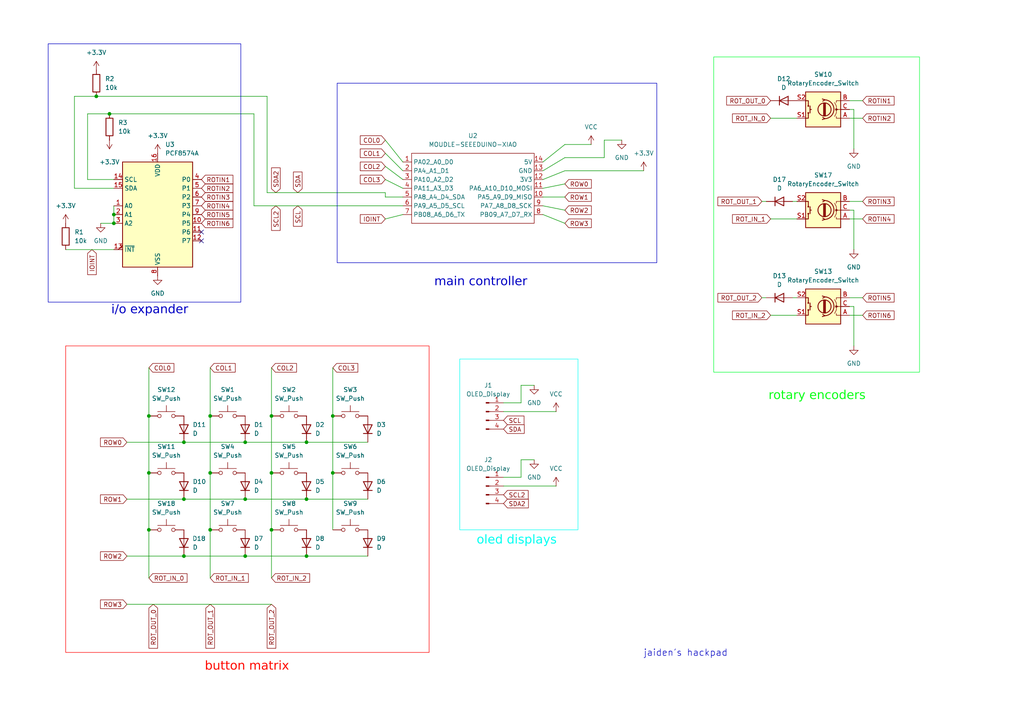
<source format=kicad_sch>
(kicad_sch (version 20231120) (generator "eeschema") (generator_version "8.0")
  (paper "A4")
  (lib_symbols
    (symbol "Connector:Conn_01x04_Pin" (pin_names (offset 1.016) hide)
      (property "Reference" "J" (at 0 5.08 0))
      (property "Value" "Conn_01x04_Pin" (at 0 -7.62 0))
      (symbol "Conn_01x04_Pin_1_1"
        (polyline (pts (xy 1.27 -5.08) (xy 0.8636 -5.08)) (stroke (width 0.1524)))
        (polyline (pts (xy 1.27 -2.54) (xy 0.8636 -2.54)) (stroke (width 0.1524)))
        (polyline (pts (xy 1.27 0) (xy 0.8636 0)) (stroke (width 0.1524)))
        (polyline (pts (xy 1.27 2.54) (xy 0.8636 2.54)) (stroke (width 0.1524)))
        (rectangle (start 0.8636 -4.953) (end 0 -5.207) (stroke (width 0.1524)) (fill (type outline)))
        (rectangle (start 0.8636 -2.413) (end 0 -2.667) (stroke (width 0.1524)) (fill (type outline)))
        (rectangle (start 0.8636 0.127) (end 0 -0.127) (stroke (width 0.1524)) (fill (type outline)))
        (rectangle (start 0.8636 2.667) (end 0 2.413) (stroke (width 0.1524)) (fill (type outline)))
        (pin passive line (at 5.08 2.54 180) (length 3.81) (name "Pin_1") (number "1"))
        (pin passive line (at 5.08 0 180) (length 3.81) (name "Pin_2") (number "2"))
        (pin passive line (at 5.08 -2.54 180) (length 3.81) (name "Pin_3") (number "3"))
        (pin passive line (at 5.08 -5.08 180) (length 3.81) (name "Pin_4") (number "4"))
      )
    )
    (symbol "Device:D" (pin_numbers hide) (pin_names (offset 1.016) hide)
      (property "Reference" "D" (at 0 2.54 0))
      (property "Value" "D" (at 0 -2.54 0))
      (symbol "D_0_1"
        (polyline (pts (xy -1.27 1.27) (xy -1.27 -1.27)) (stroke (width 0.254)))
        (polyline (pts (xy 1.27 0) (xy -1.27 0)))
        (polyline (pts (xy 1.27 1.27) (xy 1.27 -1.27) (xy -1.27 0) (xy 1.27 1.27)) (stroke (width 0.254)))
      )
      (symbol "D_1_1"
        (pin passive line (at -3.81 0 0) (length 2.54) (name "K") (number "1"))
        (pin passive line (at 3.81 0 180) (length 2.54) (name "A") (number "2"))
      )
    )
    (symbol "Device:R" (pin_numbers hide) (pin_names (offset 0))
      (property "Reference" "R" (at 2.032 0 90))
      (property "Value" "R" (at 0 0 90))
      (symbol "R_0_1"
        (rectangle (start -1.016 -2.54) (end 1.016 2.54) (stroke (width 0.254)))
      )
      (symbol "R_1_1"
        (pin passive line (at 0 3.81 270) (length 1.27) (name "~") (number "1"))
        (pin passive line (at 0 -3.81 90) (length 1.27) (name "~") (number "2"))
      )
    )
    (symbol "Device:RotaryEncoder_Switch" (pin_names (offset 0.254) hide)
      (property "Reference" "SW" (at 0 6.604 0))
      (property "Value" "RotaryEncoder_Switch" (at 0 -6.604 0))
      (symbol "RotaryEncoder_Switch_0_1"
        (rectangle (start -5.08 5.08) (end 5.08 -5.08) (stroke (width 0.254)) (fill (type background)))
        (circle (center -3.81 0) (radius 0.254) (fill (type outline)))
        (circle (center -0.381 0) (radius 1.905) (stroke (width 0.254)))
        (arc (start -0.381 2.667) (mid -3.0988 -0.0635) (end -0.381 -2.794) (stroke (width 0.254)))
        (polyline (pts (xy -0.635 -1.778) (xy -0.635 1.778)) (stroke (width 0.254)))
        (polyline (pts (xy -0.381 -1.778) (xy -0.381 1.778)) (stroke (width 0.254)))
        (polyline (pts (xy -0.127 1.778) (xy -0.127 -1.778)) (stroke (width 0.254)))
        (polyline (pts (xy 3.81 0) (xy 3.429 0)) (stroke (width 0.254)))
        (polyline (pts (xy 3.81 1.016) (xy 3.81 -1.016)) (stroke (width 0.254)))
        (polyline (pts (xy -5.08 -2.54) (xy -3.81 -2.54) (xy -3.81 -2.032)))
        (polyline (pts (xy -5.08 2.54) (xy -3.81 2.54) (xy -3.81 2.032)))
        (polyline (pts (xy 0.254 -3.048) (xy -0.508 -2.794) (xy 0.127 -2.413)) (stroke (width 0.254)))
        (polyline (pts (xy 0.254 2.921) (xy -0.508 2.667) (xy 0.127 2.286)) (stroke (width 0.254)))
        (polyline (pts (xy 5.08 -2.54) (xy 4.318 -2.54) (xy 4.318 -1.016)) (stroke (width 0.254)))
        (polyline (pts (xy 5.08 2.54) (xy 4.318 2.54) (xy 4.318 1.016)) (stroke (width 0.254)))
        (polyline (pts (xy -5.08 0) (xy -3.81 0) (xy -3.81 -1.016) (xy -3.302 -2.032)))
        (polyline (pts (xy -4.318 0) (xy -3.81 0) (xy -3.81 1.016) (xy -3.302 2.032)))
        (circle (center 4.318 -1.016) (radius 0.127) (stroke (width 0.254)))
        (circle (center 4.318 1.016) (radius 0.127) (stroke (width 0.254)))
      )
      (symbol "RotaryEncoder_Switch_1_1"
        (pin passive line (at -7.62 2.54 0) (length 2.54) (name "A") (number "A"))
        (pin passive line (at -7.62 -2.54 0) (length 2.54) (name "B") (number "B"))
        (pin passive line (at -7.62 0 0) (length 2.54) (name "C") (number "C"))
        (pin passive line (at 7.62 2.54 180) (length 2.54) (name "S1") (number "S1"))
        (pin passive line (at 7.62 -2.54 180) (length 2.54) (name "S2") (number "S2"))
      )
    )
    (symbol "Interface_Expansion:PCF8574A"
      (property "Reference" "U" (at -8.89 16.51 0))
      (property "Value" "PCF8574A" (at 2.54 16.51 0))
      (symbol "PCF8574A_0_1"
        (rectangle (start -10.16 15.24) (end 10.16 -15.24) (stroke (width 0.254)) (fill (type background)))
      )
      (symbol "PCF8574A_1_1"
        (pin input line (at -12.7 2.54 0) (length 2.54) (name "A0") (number "1"))
        (pin bidirectional line (at 12.7 -2.54 180) (length 2.54) (name "P5") (number "10"))
        (pin bidirectional line (at 12.7 -5.08 180) (length 2.54) (name "P6") (number "11"))
        (pin bidirectional line (at 12.7 -7.62 180) (length 2.54) (name "P7") (number "12"))
        (pin open_collector output_low (at -12.7 -10.16 0) (length 2.54) (name "~{INT}") (number "13"))
        (pin input line (at -12.7 10.16 0) (length 2.54) (name "SCL") (number "14"))
        (pin bidirectional line (at -12.7 7.62 0) (length 2.54) (name "SDA") (number "15"))
        (pin power_in line (at 0 17.78 270) (length 2.54) (name "VDD") (number "16"))
        (pin input line (at -12.7 0 0) (length 2.54) (name "A1") (number "2"))
        (pin input line (at -12.7 -2.54 0) (length 2.54) (name "A2") (number "3"))
        (pin bidirectional line (at 12.7 10.16 180) (length 2.54) (name "P0") (number "4"))
        (pin bidirectional line (at 12.7 7.62 180) (length 2.54) (name "P1") (number "5"))
        (pin bidirectional line (at 12.7 5.08 180) (length 2.54) (name "P2") (number "6"))
        (pin bidirectional line (at 12.7 2.54 180) (length 2.54) (name "P3") (number "7"))
        (pin power_in line (at 0 -17.78 90) (length 2.54) (name "VSS") (number "8"))
        (pin bidirectional line (at 12.7 0 180) (length 2.54) (name "P4") (number "9"))
      )
    )
    (symbol "Switch:SW_Push" (pin_numbers hide) (pin_names (offset 1.016) hide)
      (property "Reference" "SW" (at 1.27 2.54 0))
      (property "Value" "SW_Push" (at 0 -1.524 0))
      (symbol "SW_Push_0_1"
        (circle (center -2.032 0) (radius 0.508))
        (polyline (pts (xy 0 1.27) (xy 0 3.048)))
        (polyline (pts (xy 2.54 1.27) (xy -2.54 1.27)))
        (circle (center 2.032 0) (radius 0.508))
        (pin passive line (at -5.08 0 0) (length 2.54) (name "1") (number "1"))
        (pin passive line (at 5.08 0 180) (length 2.54) (name "2") (number "2"))
      )
    )
    (symbol "XIAO_RP2040:MOUDLE-SEEEDUINO-XIAO"
      (property "Reference" "U" (at -16.51 11.43 0))
      (property "Value" "MOUDLE-SEEEDUINO-XIAO" (at -3.81 -11.43 0))
      (symbol "MOUDLE-SEEEDUINO-XIAO_0_1"
        (rectangle (start -16.51 10.16) (end 19.05 -10.16))
      )
      (symbol "MOUDLE-SEEEDUINO-XIAO_1_1"
        (pin passive line (at -19.05 7.62 0) (length 2.54) (name "PA02_A0_D0") (number "1"))
        (pin passive line (at 21.59 -2.54 180) (length 2.54) (name "PA5_A9_D9_MISO") (number "10"))
        (pin passive line (at 21.59 0 180) (length 2.54) (name "PA6_A10_D10_MOSI") (number "11"))
        (pin passive line (at 21.59 2.54 180) (length 2.54) (name "3V3") (number "12"))
        (pin passive line (at 21.59 5.08 180) (length 2.54) (name "GND") (number "13"))
        (pin passive line (at 21.59 7.62 180) (length 2.54) (name "5V") (number "14"))
        (pin passive line (at -19.05 5.08 0) (length 2.54) (name "PA4_A1_D1") (number "2"))
        (pin passive line (at -19.05 2.54 0) (length 2.54) (name "PA10_A2_D2") (number "3"))
        (pin passive line (at -19.05 0 0) (length 2.54) (name "PA11_A3_D3") (number "4"))
        (pin passive line (at -19.05 -2.54 0) (length 2.54) (name "PA8_A4_D4_SDA") (number "5"))
        (pin passive line (at -19.05 -5.08 0) (length 2.54) (name "PA9_A5_D5_SCL") (number "6"))
        (pin passive line (at -19.05 -7.62 0) (length 2.54) (name "PB08_A6_D6_TX") (number "7"))
        (pin passive line (at 21.59 -7.62 180) (length 2.54) (name "PB09_A7_D7_RX") (number "8"))
        (pin passive line (at 21.59 -5.08 180) (length 2.54) (name "PA7_A8_D8_SCK") (number "9"))
      )
    )
    (symbol "power:+3.3V" (power) (pin_numbers hide) (pin_names (offset 0) hide)
      (property "Value" "+3.3V" (at 0 3.556 0))
      (symbol "+3.3V_0_1"
        (polyline (pts (xy -0.762 1.27) (xy 0 2.54)))
        (polyline (pts (xy 0 0) (xy 0 2.54)))
        (polyline (pts (xy 0 2.54) (xy 0.762 1.27)))
      )
      (symbol "+3.3V_1_1"
        (pin power_in line (at 0 0 90) (length 0) (name "~") (number "1"))
      )
    )
    (symbol "power:GND" (power) (pin_numbers hide) (pin_names (offset 0) hide)
      (property "Value" "GND" (at 0 -3.81 0))
      (symbol "GND_0_1"
        (polyline (pts (xy 0 0) (xy 0 -1.27) (xy 1.27 -1.27) (xy 0 -2.54) (xy -1.27 -1.27) (xy 0 -1.27)))
      )
      (symbol "GND_1_1"
        (pin power_in line (at 0 0 270) (length 0) (name "~") (number "1"))
      )
    )
    (symbol "power:VCC" (power) (pin_numbers hide) (pin_names (offset 0) hide)
      (property "Value" "VCC" (at 0 3.556 0))
      (symbol "VCC_0_1"
        (polyline (pts (xy -0.762 1.27) (xy 0 2.54)))
        (polyline (pts (xy 0 0) (xy 0 2.54)))
        (polyline (pts (xy 0 2.54) (xy 0.762 1.27)))
      )
      (symbol "VCC_1_1"
        (pin power_in line (at 0 0 90) (length 0) (name "~") (number "1"))
      )
    )
  )
  (junction (at 71.12 161.29))
  (junction (at 88.9 144.78))
  (junction (at 71.12 144.78))
  (junction (at 71.12 128.27))
  (junction (at 43.18 153.67))
  (junction (at 60.96 120.65))
  (junction (at 78.74 153.67))
  (junction (at 60.96 137.16))
  (junction (at 33.02 64.77))
  (junction (at 33.02 62.23))
  (junction (at 78.74 120.65))
  (junction (at 60.96 153.67))
  (junction (at 43.18 120.65))
  (junction (at 53.34 161.29))
  (junction (at 78.74 137.16))
  (junction (at 96.52 120.65))
  (junction (at 43.18 137.16))
  (junction (at 53.34 128.27))
  (junction (at 88.9 128.27))
  (junction (at 31.75 33.02))
  (junction (at 53.34 144.78))
  (junction (at 27.94 27.94))
  (junction (at 88.9 161.29))
  (junction (at 96.52 137.16))
  (no_connect (at 58.42 67.31))
  (no_connect (at 58.42 69.85))
  (wire (pts (xy 111.76 48.26) (xy 116.84 52.07)))
  (wire (pts (xy 151.13 111.76) (xy 154.94 111.76)))
  (wire (pts (xy 36.83 144.78) (xy 53.34 144.78)))
  (wire (pts (xy 33.02 52.07) (xy 25.4 52.07)))
  (wire (pts (xy 106.68 161.29) (xy 88.9 161.29)))
  (wire (pts (xy 246.38 88.9) (xy 247.65 88.9)))
  (wire (pts (xy 111.76 52.07) (xy 116.84 54.61)))
  (wire (pts (xy 246.38 34.29) (xy 250.19 34.29)))
  (wire (pts (xy 78.74 120.65) (xy 78.74 137.16)))
  (wire (pts (xy 60.96 120.65) (xy 60.96 137.16)))
  (wire (pts (xy 77.47 27.94) (xy 77.47 55.88)))
  (wire (pts (xy 111.76 44.45) (xy 116.84 49.53)))
  (wire (pts (xy 175.26 40.64) (xy 180.34 40.64)))
  (wire (pts (xy 60.96 106.68) (xy 60.96 120.65)))
  (wire (pts (xy 151.13 138.43) (xy 151.13 133.35)))
  (wire (pts (xy 163.83 45.72) (xy 175.26 45.72)))
  (wire (pts (xy 53.34 128.27) (xy 36.83 128.27)))
  (wire (pts (xy 146.05 140.97) (xy 161.29 140.97)))
  (wire (pts (xy 175.26 45.72) (xy 175.26 40.64)))
  (wire (pts (xy 163.83 49.53) (xy 186.69 49.53)))
  (wire (pts (xy 111.76 57.15) (xy 116.84 57.15)))
  (wire (pts (xy 33.02 59.69) (xy 33.02 62.23)))
  (wire (pts (xy 43.18 106.68) (xy 43.18 120.65)))
  (wire (pts (xy 246.38 60.96) (xy 247.65 60.96)))
  (wire (pts (xy 111.76 40.64) (xy 116.84 46.99)))
  (wire (pts (xy 60.96 153.67) (xy 60.96 167.64)))
  (wire (pts (xy 146.05 119.38) (xy 161.29 119.38)))
  (wire (pts (xy 246.38 31.75) (xy 247.65 31.75)))
  (wire (pts (xy 246.38 86.36) (xy 250.19 86.36)))
  (wire (pts (xy 223.52 34.29) (xy 231.14 34.29)))
  (wire (pts (xy 106.68 128.27) (xy 88.9 128.27)))
  (wire (pts (xy 19.05 72.39) (xy 33.02 72.39)))
  (wire (pts (xy 21.59 27.94) (xy 27.94 27.94)))
  (wire (pts (xy 151.13 133.35) (xy 154.94 133.35)))
  (wire (pts (xy 157.48 49.53) (xy 163.83 45.72)))
  (wire (pts (xy 21.59 54.61) (xy 21.59 27.94)))
  (wire (pts (xy 229.87 86.36) (xy 231.14 86.36)))
  (wire (pts (xy 25.4 52.07) (xy 25.4 33.02)))
  (wire (pts (xy 71.12 144.78) (xy 88.9 144.78)))
  (wire (pts (xy 29.21 64.77) (xy 33.02 64.77)))
  (wire (pts (xy 53.34 161.29) (xy 36.83 161.29)))
  (wire (pts (xy 247.65 60.96) (xy 247.65 72.39)))
  (wire (pts (xy 163.83 41.91) (xy 157.48 46.99)))
  (wire (pts (xy 77.47 55.88) (xy 111.76 55.88)))
  (wire (pts (xy 157.48 52.07) (xy 163.83 49.53)))
  (wire (pts (xy 31.75 33.02) (xy 73.66 33.02)))
  (wire (pts (xy 111.76 63.5) (xy 116.84 62.23)))
  (wire (pts (xy 53.34 144.78) (xy 71.12 144.78)))
  (wire (pts (xy 246.38 29.21) (xy 250.19 29.21)))
  (wire (pts (xy 78.74 167.64) (xy 78.74 153.67)))
  (wire (pts (xy 73.66 59.69) (xy 116.84 59.69)))
  (wire (pts (xy 33.02 62.23) (xy 33.02 64.77)))
  (wire (pts (xy 151.13 116.84) (xy 151.13 111.76)))
  (wire (pts (xy 157.48 62.23) (xy 163.83 64.77)))
  (wire (pts (xy 78.74 153.67) (xy 78.74 137.16)))
  (wire (pts (xy 73.66 33.02) (xy 73.66 59.69)))
  (wire (pts (xy 96.52 106.68) (xy 96.52 120.65)))
  (wire (pts (xy 111.76 55.88) (xy 111.76 57.15)))
  (wire (pts (xy 220.98 58.42) (xy 222.25 58.42)))
  (wire (pts (xy 25.4 33.02) (xy 31.75 33.02)))
  (wire (pts (xy 96.52 120.65) (xy 96.52 137.16)))
  (wire (pts (xy 71.12 161.29) (xy 88.9 161.29)))
  (wire (pts (xy 71.12 128.27) (xy 53.34 128.27)))
  (wire (pts (xy 246.38 91.44) (xy 250.19 91.44)))
  (wire (pts (xy 163.83 53.34) (xy 157.48 54.61)))
  (wire (pts (xy 163.83 41.91) (xy 171.45 41.91)))
  (wire (pts (xy 247.65 88.9) (xy 247.65 100.33)))
  (wire (pts (xy 88.9 128.27) (xy 71.12 128.27)))
  (wire (pts (xy 146.05 138.43) (xy 151.13 138.43)))
  (wire (pts (xy 43.18 120.65) (xy 43.18 137.16)))
  (wire (pts (xy 96.52 137.16) (xy 96.52 153.67)))
  (wire (pts (xy 33.02 54.61) (xy 21.59 54.61)))
  (wire (pts (xy 246.38 58.42) (xy 250.19 58.42)))
  (wire (pts (xy 78.74 106.68) (xy 78.74 120.65)))
  (wire (pts (xy 246.38 63.5) (xy 250.19 63.5)))
  (wire (pts (xy 220.98 86.36) (xy 222.25 86.36)))
  (wire (pts (xy 223.52 63.5) (xy 231.14 63.5)))
  (wire (pts (xy 43.18 137.16) (xy 43.18 153.67)))
  (wire (pts (xy 88.9 144.78) (xy 106.68 144.78)))
  (wire (pts (xy 163.83 57.15) (xy 157.48 57.15)))
  (wire (pts (xy 43.18 167.64) (xy 43.18 153.67)))
  (wire (pts (xy 163.83 60.96) (xy 157.48 59.69)))
  (wire (pts (xy 27.94 27.94) (xy 77.47 27.94)))
  (wire (pts (xy 229.87 58.42) (xy 231.14 58.42)))
  (wire (pts (xy 60.96 137.16) (xy 60.96 153.67)))
  (wire (pts (xy 71.12 161.29) (xy 53.34 161.29)))
  (wire (pts (xy 78.74 175.26) (xy 36.83 175.26)))
  (wire (pts (xy 146.05 116.84) (xy 151.13 116.84)))
  (wire (pts (xy 223.52 91.44) (xy 231.14 91.44)))
  (wire (pts (xy 247.65 31.75) (xy 247.65 43.18)))
  (rectangle (start 13.97 12.7) (end 69.85 87.63))
  (rectangle (start 207.01 16.51) (end 266.7 107.95) (stroke (width 0) (color 11 255 57 1)))
  (rectangle (start 133.35 104.14) (end 167.64 153.67) (stroke (width 0) (color 8 255 245 1)))
  (rectangle (start 97.79 24.13) (end 190.5 76.2))
  (rectangle (start 19.05 100.33) (end 124.46 189.23) (stroke (width 0) (color 255 0 0 1)))
  (text "jaiden's hackpad" (at 198.882 189.484 0) (effects (font (size 1.905 1.905))))
  (text "oled displays" (at 149.86 157.48 0) (effects (font (size 2.54 2.54))))
  (text "i/o expander" (at 43.434 90.678 0) (effects (font (size 2.54 2.54))))
  (text "rotary encoders" (at 236.982 115.57 0) (effects (font (size 2.54 2.54))))
  (text "main controller" (at 139.446 82.55 0) (effects (font (size 2.54 2.54))))
  (text "button matrix" (at 71.628 194.056 0) (effects (font (size 2.54 2.54))))
  (global_label "ROTIN3" (shape input) (at 250.19 58.42 0) (property "Intersheetrefs" "${INTERSHEET_REFS}" (effects (hide yes))))
  (global_label "ROTIN5" (shape input) (at 250.19 86.36 0) (property "Intersheetrefs" "${INTERSHEET_REFS}" (effects (hide yes))))
  (global_label "SCL" (shape input) (at 146.05 121.92 0) (property "Intersheetrefs" "${INTERSHEET_REFS}" (effects (hide yes))))
  (global_label "ROT_OUT_0" (shape input) (at 44.45 175.26 270) (property "Intersheetrefs" "${INTERSHEET_REFS}" (effects (hide yes))))
  (global_label "COL0" (shape input) (at 111.76 40.64 180) (property "Intersheetrefs" "${INTERSHEET_REFS}" (effects (hide yes))))
  (global_label "ROT_OUT_1" (shape input) (at 220.98 58.42 180) (property "Intersheetrefs" "${INTERSHEET_REFS}" (effects (hide yes))))
  (global_label "ROTIN1" (shape input) (at 58.42 52.07 0) (property "Intersheetrefs" "${INTERSHEET_REFS}" (effects (hide yes))))
  (global_label "ROW3" (shape input) (at 163.83 64.77 0) (property "Intersheetrefs" "${INTERSHEET_REFS}" (effects (hide yes))))
  (global_label "ROW0" (shape input) (at 163.83 53.34 0) (property "Intersheetrefs" "${INTERSHEET_REFS}" (effects (hide yes))))
  (global_label "COL1" (shape input) (at 60.96 106.68 0) (property "Intersheetrefs" "${INTERSHEET_REFS}" (effects (hide yes))))
  (global_label "ROW3" (shape input) (at 36.83 175.26 180) (property "Intersheetrefs" "${INTERSHEET_REFS}" (effects (hide yes))))
  (global_label "ROT_IN_2" (shape input) (at 78.74 167.64 0) (property "Intersheetrefs" "${INTERSHEET_REFS}" (effects (hide yes))))
  (global_label "IOINT" (shape input) (at 26.67 72.39 270) (property "Intersheetrefs" "${INTERSHEET_REFS}" (effects (hide yes))))
  (global_label "COL1" (shape input) (at 111.76 44.45 180) (property "Intersheetrefs" "${INTERSHEET_REFS}" (effects (hide yes))))
  (global_label "ROT_OUT_0" (shape input) (at 223.52 29.21 180) (property "Intersheetrefs" "${INTERSHEET_REFS}" (effects (hide yes))))
  (global_label "ROTIN1" (shape input) (at 250.19 29.21 0) (property "Intersheetrefs" "${INTERSHEET_REFS}" (effects (hide yes))))
  (global_label "ROT_OUT_2" (shape input) (at 220.98 86.36 180) (property "Intersheetrefs" "${INTERSHEET_REFS}" (effects (hide yes))))
  (global_label "ROT_OUT_1" (shape input) (at 60.96 175.26 270) (property "Intersheetrefs" "${INTERSHEET_REFS}" (effects (hide yes))))
  (global_label "COL2" (shape input) (at 78.74 106.68 0) (property "Intersheetrefs" "${INTERSHEET_REFS}" (effects (hide yes))))
  (global_label "COL2" (shape input) (at 111.76 48.26 180) (property "Intersheetrefs" "${INTERSHEET_REFS}" (effects (hide yes))))
  (global_label "SCL" (shape input) (at 86.36 59.69 270) (property "Intersheetrefs" "${INTERSHEET_REFS}" (effects (hide yes))))
  (global_label "ROW1" (shape input) (at 163.83 57.15 0) (property "Intersheetrefs" "${INTERSHEET_REFS}" (effects (hide yes))))
  (global_label "SDA2" (shape input) (at 146.05 146.05 0) (property "Intersheetrefs" "${INTERSHEET_REFS}" (effects (hide yes))))
  (global_label "COL3" (shape input) (at 111.76 52.07 180) (property "Intersheetrefs" "${INTERSHEET_REFS}" (effects (hide yes))))
  (global_label "SDA" (shape input) (at 86.36 55.88 90) (property "Intersheetrefs" "${INTERSHEET_REFS}" (effects (hide yes))))
  (global_label "ROT_IN_2" (shape input) (at 223.52 91.44 180) (property "Intersheetrefs" "${INTERSHEET_REFS}" (effects (hide yes))))
  (global_label "ROW1" (shape input) (at 36.83 144.78 180) (property "Intersheetrefs" "${INTERSHEET_REFS}" (effects (hide yes))))
  (global_label "ROW0" (shape input) (at 36.83 128.27 180) (property "Intersheetrefs" "${INTERSHEET_REFS}" (effects (hide yes))))
  (global_label "SCL2" (shape input) (at 80.01 59.69 270) (property "Intersheetrefs" "${INTERSHEET_REFS}" (effects (hide yes))))
  (global_label "SDA2" (shape input) (at 80.01 55.88 90) (property "Intersheetrefs" "${INTERSHEET_REFS}" (effects (hide yes))))
  (global_label "COL0" (shape input) (at 43.18 106.68 0) (property "Intersheetrefs" "${INTERSHEET_REFS}" (effects (hide yes))))
  (global_label "ROW2" (shape input) (at 163.83 60.96 0) (property "Intersheetrefs" "${INTERSHEET_REFS}" (effects (hide yes))))
  (global_label "ROTIN4" (shape input) (at 58.42 59.69 0) (property "Intersheetrefs" "${INTERSHEET_REFS}" (effects (hide yes))))
  (global_label "ROT_IN_0" (shape input) (at 43.18 167.64 0) (property "Intersheetrefs" "${INTERSHEET_REFS}" (effects (hide yes))))
  (global_label "ROT_IN_0" (shape input) (at 223.52 34.29 180) (property "Intersheetrefs" "${INTERSHEET_REFS}" (effects (hide yes))))
  (global_label "ROTIN4" (shape input) (at 250.19 63.5 0) (property "Intersheetrefs" "${INTERSHEET_REFS}" (effects (hide yes))))
  (global_label "COL3" (shape input) (at 96.52 106.68 0) (property "Intersheetrefs" "${INTERSHEET_REFS}" (effects (hide yes))))
  (global_label "ROTIN6" (shape input) (at 250.19 91.44 0) (property "Intersheetrefs" "${INTERSHEET_REFS}" (effects (hide yes))))
  (global_label "ROT_IN_1" (shape input) (at 60.96 167.64 0) (property "Intersheetrefs" "${INTERSHEET_REFS}" (effects (hide yes))))
  (global_label "ROTIN5" (shape input) (at 58.42 62.23 0) (property "Intersheetrefs" "${INTERSHEET_REFS}" (effects (hide yes))))
  (global_label "IOINT" (shape input) (at 111.76 63.5 180) (property "Intersheetrefs" "${INTERSHEET_REFS}" (effects (hide yes))))
  (global_label "ROT_OUT_2" (shape input) (at 78.74 175.26 270) (property "Intersheetrefs" "${INTERSHEET_REFS}" (effects (hide yes))))
  (global_label "SDA" (shape input) (at 146.05 124.46 0) (property "Intersheetrefs" "${INTERSHEET_REFS}" (effects (hide yes))))
  (global_label "ROTIN2" (shape input) (at 58.42 54.61 0) (property "Intersheetrefs" "${INTERSHEET_REFS}" (effects (hide yes))))
  (global_label "SCL2" (shape input) (at 146.05 143.51 0) (property "Intersheetrefs" "${INTERSHEET_REFS}" (effects (hide yes))))
  (global_label "ROT_IN_1" (shape input) (at 223.52 63.5 180) (property "Intersheetrefs" "${INTERSHEET_REFS}" (effects (hide yes))))
  (global_label "ROTIN6" (shape input) (at 58.42 64.77 0) (property "Intersheetrefs" "${INTERSHEET_REFS}" (effects (hide yes))))
  (global_label "ROW2" (shape input) (at 36.83 161.29 180) (property "Intersheetrefs" "${INTERSHEET_REFS}" (effects (hide yes))))
  (global_label "ROTIN3" (shape input) (at 58.42 57.15 0) (property "Intersheetrefs" "${INTERSHEET_REFS}" (effects (hide yes))))
  (global_label "ROTIN2" (shape input) (at 250.19 34.29 0) (property "Intersheetrefs" "${INTERSHEET_REFS}" (effects (hide yes))))
  (symbol (lib_id "power:+3.3V") (at 27.94 20.32 0) (unit 1)
    (property "Reference" "#PWR011" (effects (hide yes)))
    (property "Value" "+3.3V" (at 27.94 15.24 0))
    (property "Description" "Power symbol creates a global label with name \"+3.3V\"" (effects (hide yes)))
  )
  (symbol (lib_id "Device:D") (at 226.06 86.36 0) (unit 1)
    (property "Reference" "D13" (at 226.06 80.01 0))
    (property "Value" "D" (at 226.06 82.55 0))
    (property "Footprint" "Diode_THT:D_DO-35_SOD27_P7.62mm_Horizontal" (effects (hide yes)))
    (property "Description" "Diode" (effects (hide yes)))
    (property "Sim.Device" "D" (effects (hide yes)))
    (property "Sim.Pins" "1=K 2=A" (effects (hide yes)))
  )
  (symbol (lib_id "Device:R") (at 31.75 36.83 180) (unit 1)
    (property "Reference" "R3" (at 34.29 35.5599 0) (effects (justify right)))
    (property "Value" "10k" (at 34.29 38.0999 0) (effects (justify right)))
    (property "Footprint" "Resistor_THT:R_Axial_DIN0204_L3.6mm_D1.6mm_P1.90mm_Vertical" (effects (hide yes)))
    (property "Description" "Resistor" (effects (hide yes)))
  )
  (symbol (lib_id "Device:R") (at 27.94 24.13 0) (unit 1)
    (property "Reference" "R2" (at 30.48 22.8599 0) (effects (justify left)))
    (property "Value" "10k" (at 30.48 25.3999 0) (effects (justify left)))
    (property "Footprint" "Resistor_THT:R_Axial_DIN0204_L3.6mm_D1.6mm_P1.90mm_Vertical" (effects (hide yes)))
    (property "Description" "Resistor" (effects (hide yes)))
  )
  (symbol (lib_id "power:GND") (at 247.65 43.18 0) (unit 1)
    (property "Reference" "#PWR03" (effects (hide yes)))
    (property "Value" "GND" (at 247.65 48.26 0))
    (property "Description" "Power symbol creates a global label with name \"GND\" , ground" (effects (hide yes)))
  )
  (symbol (lib_id "Device:D") (at 71.12 124.46 90) (unit 1)
    (property "Reference" "D1" (at 73.66 123.1899 90) (effects (justify right)))
    (property "Value" "D" (at 73.66 125.7299 90) (effects (justify right)))
    (property "Footprint" "Diode_THT:D_DO-35_SOD27_P7.62mm_Horizontal" (effects (hide yes)))
    (property "Description" "Diode" (effects (hide yes)))
    (property "Sim.Device" "D" (effects (hide yes)))
    (property "Sim.Pins" "1=K 2=A" (effects (hide yes)))
  )
  (symbol (lib_id "Connector:Conn_01x04_Pin") (at 140.97 119.38 0) (unit 1)
    (property "Reference" "J1" (at 141.605 111.76 0))
    (property "Value" "OLED_Display" (at 141.605 114.3 0))
    (property "Footprint" "Custom Library:SSD1306-0.91-OLED-4pin-128x32" (effects (hide yes)))
    (property "Description" "Generic connector, single row, 01x04, script generated" (effects (hide yes)))
  )
  (symbol (lib_id "power:+3.3V") (at 45.72 44.45 0) (unit 1)
    (property "Reference" "#PWR08" (effects (hide yes)))
    (property "Value" "+3.3V" (at 45.72 39.37 0))
    (property "Description" "Power symbol creates a global label with name \"+3.3V\"" (effects (hide yes)))
  )
  (symbol (lib_id "Switch:SW_Push") (at 83.82 137.16 0) (unit 1)
    (property "Reference" "SW5" (at 83.82 129.54 0))
    (property "Value" "SW_Push" (at 83.82 132.08 0))
    (property "Footprint" "Button_Switch_Keyboard:SW_Cherry_MX_1.00u_PCB" (effects (hide yes)))
    (property "Description" "Push button switch, generic, two pins" (effects (hide yes)))
  )
  (symbol (lib_id "Device:RotaryEncoder_Switch") (at 238.76 31.75 180) (unit 1)
    (property "Reference" "SW10" (at 238.76 21.59 0))
    (property "Value" "RotaryEncoder_Switch" (at 238.76 24.13 0))
    (property "Footprint" "Rotary_Encoder:RotaryEncoder_Alps_EC11E-Switch_Vertical_H20mm" (effects (hide yes)))
    (property "Description" "Rotary encoder, dual channel, incremental quadrate outputs, with switch" (effects (hide yes)))
  )
  (symbol (lib_id "power:GND") (at 45.72 80.01 0) (unit 1)
    (property "Reference" "#PWR07" (effects (hide yes)))
    (property "Value" "GND" (at 45.72 85.09 0))
    (property "Description" "Power symbol creates a global label with name \"GND\" , ground" (effects (hide yes)))
  )
  (symbol (lib_id "power:GND") (at 180.34 40.64 0) (unit 1)
    (property "Reference" "#PWR01" (effects (hide yes)))
    (property "Value" "GND" (at 180.34 45.72 0))
    (property "Description" "Power symbol creates a global label with name \"GND\" , ground" (effects (hide yes)))
  )
  (symbol (lib_id "Device:D") (at 53.34 140.97 90) (unit 1)
    (property "Reference" "D10" (at 55.88 139.6999 90) (effects (justify right)))
    (property "Value" "D" (at 55.88 142.2399 90) (effects (justify right)))
    (property "Footprint" "Diode_THT:D_DO-35_SOD27_P7.62mm_Horizontal" (effects (hide yes)))
    (property "Description" "Diode" (effects (hide yes)))
    (property "Sim.Device" "D" (effects (hide yes)))
    (property "Sim.Pins" "1=K 2=A" (effects (hide yes)))
  )
  (symbol (lib_id "Device:D") (at 88.9 124.46 90) (unit 1)
    (property "Reference" "D2" (at 91.44 123.1899 90) (effects (justify right)))
    (property "Value" "D" (at 91.44 125.7299 90) (effects (justify right)))
    (property "Footprint" "Diode_THT:D_DO-35_SOD27_P7.62mm_Horizontal" (effects (hide yes)))
    (property "Description" "Diode" (effects (hide yes)))
    (property "Sim.Device" "D" (effects (hide yes)))
    (property "Sim.Pins" "1=K 2=A" (effects (hide yes)))
  )
  (symbol (lib_id "Device:D") (at 53.34 124.46 90) (unit 1)
    (property "Reference" "D11" (at 55.88 123.1899 90) (effects (justify right)))
    (property "Value" "D" (at 55.88 125.7299 90) (effects (justify right)))
    (property "Footprint" "Diode_THT:D_DO-35_SOD27_P7.62mm_Horizontal" (effects (hide yes)))
    (property "Description" "Diode" (effects (hide yes)))
    (property "Sim.Device" "D" (effects (hide yes)))
    (property "Sim.Pins" "1=K 2=A" (effects (hide yes)))
  )
  (symbol (lib_id "Device:D") (at 106.68 157.48 90) (unit 1)
    (property "Reference" "D9" (at 109.22 156.2099 90) (effects (justify right)))
    (property "Value" "D" (at 109.22 158.7499 90) (effects (justify right)))
    (property "Footprint" "Diode_THT:D_DO-35_SOD27_P7.62mm_Horizontal" (effects (hide yes)))
    (property "Description" "Diode" (effects (hide yes)))
    (property "Sim.Device" "D" (effects (hide yes)))
    (property "Sim.Pins" "1=K 2=A" (effects (hide yes)))
  )
  (symbol (lib_id "power:VCC") (at 161.29 119.38 0) (unit 1)
    (property "Reference" "#PWR04" (effects (hide yes)))
    (property "Value" "VCC" (at 161.29 114.3 0))
    (property "Description" "Power symbol creates a global label with name \"VCC\"" (effects (hide yes)))
  )
  (symbol (lib_id "Device:D") (at 106.68 124.46 90) (unit 1)
    (property "Reference" "D3" (at 109.22 123.1899 90) (effects (justify right)))
    (property "Value" "D" (at 109.22 125.7299 90) (effects (justify right)))
    (property "Footprint" "Diode_THT:D_DO-35_SOD27_P7.62mm_Horizontal" (effects (hide yes)))
    (property "Description" "Diode" (effects (hide yes)))
    (property "Sim.Device" "D" (effects (hide yes)))
    (property "Sim.Pins" "1=K 2=A" (effects (hide yes)))
  )
  (symbol (lib_id "Device:D") (at 71.12 157.48 90) (unit 1)
    (property "Reference" "D7" (at 73.66 156.2099 90) (effects (justify right)))
    (property "Value" "D" (at 73.66 158.7499 90) (effects (justify right)))
    (property "Footprint" "Diode_THT:D_DO-35_SOD27_P7.62mm_Horizontal" (effects (hide yes)))
    (property "Description" "Diode" (effects (hide yes)))
    (property "Sim.Device" "D" (effects (hide yes)))
    (property "Sim.Pins" "1=K 2=A" (effects (hide yes)))
  )
  (symbol (lib_id "power:+3.3V") (at 186.69 49.53 0) (unit 1)
    (property "Reference" "#PWR010" (effects (hide yes)))
    (property "Value" "+3.3V" (at 186.69 44.45 0))
    (property "Description" "Power symbol creates a global label with name \"+3.3V\"" (effects (hide yes)))
  )
  (symbol (lib_id "power:+3.3V") (at 19.05 64.77 0) (unit 1)
    (property "Reference" "#PWR09" (effects (hide yes)))
    (property "Value" "+3.3V" (at 19.05 59.69 0))
    (property "Description" "Power symbol creates a global label with name \"+3.3V\"" (effects (hide yes)))
  )
  (symbol (lib_id "power:GND") (at 154.94 133.35 0) (unit 1)
    (property "Reference" "#PWR015" (effects (hide yes)))
    (property "Value" "GND" (at 154.94 138.43 0))
    (property "Description" "Power symbol creates a global label with name \"GND\" , ground" (effects (hide yes)))
  )
  (symbol (lib_id "Device:D") (at 226.06 58.42 0) (unit 1)
    (property "Reference" "D17" (at 226.06 52.07 0))
    (property "Value" "D" (at 226.06 54.61 0))
    (property "Footprint" "Diode_THT:D_DO-35_SOD27_P7.62mm_Horizontal" (effects (hide yes)))
    (property "Description" "Diode" (effects (hide yes)))
    (property "Sim.Device" "D" (effects (hide yes)))
    (property "Sim.Pins" "1=K 2=A" (effects (hide yes)))
  )
  (symbol (lib_id "XIAO_RP2040:MOUDLE-SEEEDUINO-XIAO") (at 135.89 54.61 0) (unit 1)
    (property "Reference" "U2" (at 137.16 39.37 0))
    (property "Value" "MOUDLE-SEEEDUINO-XIAO" (at 137.16 41.91 0))
    (property "Footprint" "footprints:XIAO-Generic-Hybrid-14P-2.54-21X17.8MM" (effects (hide yes)))
  )
  (symbol (lib_id "power:VCC") (at 171.45 41.91 0) (unit 1)
    (property "Reference" "#PWR02" (effects (hide yes)))
    (property "Value" "VCC" (at 171.45 36.83 0))
    (property "Description" "Power symbol creates a global label with name \"VCC\"" (effects (hide yes)))
  )
  (symbol (lib_id "Switch:SW_Push") (at 48.26 153.67 0) (unit 1)
    (property "Reference" "SW18" (at 48.26 146.05 0))
    (property "Value" "SW_Push" (at 48.26 148.59 0))
    (property "Footprint" "Button_Switch_Keyboard:SW_Cherry_MX_1.00u_PCB" (effects (hide yes)))
    (property "Description" "Push button switch, generic, two pins" (effects (hide yes)))
  )
  (symbol (lib_id "power:GND") (at 247.65 72.39 0) (unit 1)
    (property "Reference" "#PWR014" (effects (hide yes)))
    (property "Value" "GND" (at 247.65 77.47 0))
    (property "Description" "Power symbol creates a global label with name \"GND\" , ground" (effects (hide yes)))
  )
  (symbol (lib_id "Switch:SW_Push") (at 48.26 120.65 0) (unit 1)
    (property "Reference" "SW12" (at 48.26 113.03 0))
    (property "Value" "SW_Push" (at 48.26 115.57 0))
    (property "Footprint" "Button_Switch_Keyboard:SW_Cherry_MX_1.00u_PCB" (effects (hide yes)))
    (property "Description" "Push button switch, generic, two pins" (effects (hide yes)))
  )
  (symbol (lib_id "Device:D") (at 53.34 157.48 90) (unit 1)
    (property "Reference" "D18" (at 59.69 156.21 90) (effects (justify left)))
    (property "Value" "D" (at 55.88 158.7499 90) (effects (justify right)))
    (property "Footprint" "Diode_THT:D_DO-35_SOD27_P7.62mm_Horizontal" (effects (hide yes)))
    (property "Description" "Diode" (effects (hide yes)))
    (property "Sim.Device" "D" (effects (hide yes)))
    (property "Sim.Pins" "1=K 2=A" (effects (hide yes)))
  )
  (symbol (lib_id "power:+3.3V") (at 31.75 40.64 180) (unit 1)
    (property "Reference" "#PWR012" (effects (hide yes)))
    (property "Value" "+3.3V" (at 31.75 46.99 0))
    (property "Description" "Power symbol creates a global label with name \"+3.3V\"" (effects (hide yes)))
  )
  (symbol (lib_id "Device:D") (at 71.12 140.97 90) (unit 1)
    (property "Reference" "D4" (at 73.66 139.6999 90) (effects (justify right)))
    (property "Value" "D" (at 73.66 142.2399 90) (effects (justify right)))
    (property "Footprint" "Diode_THT:D_DO-35_SOD27_P7.62mm_Horizontal" (effects (hide yes)))
    (property "Description" "Diode" (effects (hide yes)))
    (property "Sim.Device" "D" (effects (hide yes)))
    (property "Sim.Pins" "1=K 2=A" (effects (hide yes)))
  )
  (symbol (lib_id "Device:D") (at 88.9 140.97 90) (unit 1)
    (property "Reference" "D5" (at 91.44 139.6999 90) (effects (justify right)))
    (property "Value" "D" (at 91.44 142.2399 90) (effects (justify right)))
    (property "Footprint" "Diode_THT:D_DO-35_SOD27_P7.62mm_Horizontal" (effects (hide yes)))
    (property "Description" "Diode" (effects (hide yes)))
    (property "Sim.Device" "D" (effects (hide yes)))
    (property "Sim.Pins" "1=K 2=A" (effects (hide yes)))
  )
  (symbol (lib_id "Switch:SW_Push") (at 83.82 153.67 0) (unit 1)
    (property "Reference" "SW8" (at 83.82 146.05 0))
    (property "Value" "SW_Push" (at 83.82 148.59 0))
    (property "Footprint" "Button_Switch_Keyboard:SW_Cherry_MX_1.00u_PCB" (effects (hide yes)))
    (property "Description" "Push button switch, generic, two pins" (effects (hide yes)))
  )
  (symbol (lib_id "Device:D") (at 106.68 140.97 90) (unit 1)
    (property "Reference" "D6" (at 109.22 139.6999 90) (effects (justify right)))
    (property "Value" "D" (at 109.22 142.2399 90) (effects (justify right)))
    (property "Footprint" "Diode_THT:D_DO-35_SOD27_P7.62mm_Horizontal" (effects (hide yes)))
    (property "Description" "Diode" (effects (hide yes)))
    (property "Sim.Device" "D" (effects (hide yes)))
    (property "Sim.Pins" "1=K 2=A" (effects (hide yes)))
  )
  (symbol (lib_id "Switch:SW_Push") (at 101.6 153.67 0) (unit 1)
    (property "Reference" "SW9" (at 101.6 146.05 0))
    (property "Value" "SW_Push" (at 101.6 148.59 0))
    (property "Footprint" "Button_Switch_Keyboard:SW_Cherry_MX_1.00u_PCB" (effects (hide yes)))
    (property "Description" "Push button switch, generic, two pins" (effects (hide yes)))
  )
  (symbol (lib_id "Switch:SW_Push") (at 101.6 120.65 0) (unit 1)
    (property "Reference" "SW3" (at 101.6 113.03 0))
    (property "Value" "SW_Push" (at 101.6 115.57 0))
    (property "Footprint" "Button_Switch_Keyboard:SW_Cherry_MX_1.00u_PCB" (effects (hide yes)))
    (property "Description" "Push button switch, generic, two pins" (effects (hide yes)))
  )
  (symbol (lib_id "Switch:SW_Push") (at 48.26 137.16 0) (unit 1)
    (property "Reference" "SW11" (at 48.26 129.54 0))
    (property "Value" "SW_Push" (at 48.26 132.08 0))
    (property "Footprint" "Button_Switch_Keyboard:SW_Cherry_MX_1.00u_PCB" (effects (hide yes)))
    (property "Description" "Push button switch, generic, two pins" (effects (hide yes)))
  )
  (symbol (lib_id "Device:RotaryEncoder_Switch") (at 238.76 60.96 180) (unit 1)
    (property "Reference" "SW17" (at 238.76 50.8 0))
    (property "Value" "RotaryEncoder_Switch" (at 238.76 53.34 0))
    (property "Footprint" "Rotary_Encoder:RotaryEncoder_Alps_EC11E-Switch_Vertical_H20mm" (effects (hide yes)))
    (property "Description" "Rotary encoder, dual channel, incremental quadrate outputs, with switch" (effects (hide yes)))
  )
  (symbol (lib_id "Switch:SW_Push") (at 66.04 153.67 0) (unit 1)
    (property "Reference" "SW7" (at 66.04 146.05 0))
    (property "Value" "SW_Push" (at 66.04 148.59 0))
    (property "Footprint" "Button_Switch_Keyboard:SW_Cherry_MX_1.00u_PCB" (effects (hide yes)))
    (property "Description" "Push button switch, generic, two pins" (effects (hide yes)))
  )
  (symbol (lib_id "Connector:Conn_01x04_Pin") (at 140.97 140.97 0) (unit 1)
    (property "Reference" "J2" (at 141.605 133.35 0))
    (property "Value" "OLED_Display" (at 141.605 135.89 0))
    (property "Footprint" "Custom Library:SSD1306-0.91-OLED-4pin-128x32" (effects (hide yes)))
    (property "Description" "Generic connector, single row, 01x04, script generated" (effects (hide yes)))
  )
  (symbol (lib_id "power:GND") (at 247.65 100.33 0) (unit 1)
    (property "Reference" "#PWR013" (effects (hide yes)))
    (property "Value" "GND" (at 247.65 105.41 0))
    (property "Description" "Power symbol creates a global label with name \"GND\" , ground" (effects (hide yes)))
  )
  (symbol (lib_id "Switch:SW_Push") (at 101.6 137.16 0) (unit 1)
    (property "Reference" "SW6" (at 101.6 129.54 0))
    (property "Value" "SW_Push" (at 101.6 132.08 0))
    (property "Footprint" "Button_Switch_Keyboard:SW_Cherry_MX_1.00u_PCB" (effects (hide yes)))
    (property "Description" "Push button switch, generic, two pins" (effects (hide yes)))
  )
  (symbol (lib_id "Device:RotaryEncoder_Switch") (at 238.76 88.9 180) (unit 1)
    (property "Reference" "SW13" (at 238.76 78.74 0))
    (property "Value" "RotaryEncoder_Switch" (at 238.76 81.28 0))
    (property "Footprint" "Rotary_Encoder:RotaryEncoder_Alps_EC11E-Switch_Vertical_H20mm" (effects (hide yes)))
    (property "Description" "Rotary encoder, dual channel, incremental quadrate outputs, with switch" (effects (hide yes)))
  )
  (symbol (lib_id "power:GND") (at 154.94 111.76 0) (unit 1)
    (property "Reference" "#PWR05" (effects (hide yes)))
    (property "Value" "GND" (at 154.94 116.84 0))
    (property "Description" "Power symbol creates a global label with name \"GND\" , ground" (effects (hide yes)))
  )
  (symbol (lib_id "Switch:SW_Push") (at 66.04 120.65 0) (unit 1)
    (property "Reference" "SW1" (at 66.04 113.03 0))
    (property "Value" "SW_Push" (at 66.04 115.57 0))
    (property "Footprint" "Button_Switch_Keyboard:SW_Cherry_MX_1.00u_PCB" (effects (hide yes)))
    (property "Description" "Push button switch, generic, two pins" (effects (hide yes)))
  )
  (symbol (lib_id "power:GND") (at 29.21 64.77 0) (unit 1)
    (property "Reference" "#PWR06" (effects (hide yes)))
    (property "Value" "GND" (at 29.21 69.85 0))
    (property "Description" "Power symbol creates a global label with name \"GND\" , ground" (effects (hide yes)))
  )
  (symbol (lib_id "power:VCC") (at 161.29 140.97 0) (unit 1)
    (property "Reference" "#PWR016" (effects (hide yes)))
    (property "Value" "VCC" (at 161.29 135.89 0))
    (property "Description" "Power symbol creates a global label with name \"VCC\"" (effects (hide yes)))
  )
  (symbol (lib_id "Switch:SW_Push") (at 83.82 120.65 0) (unit 1)
    (property "Reference" "SW2" (at 83.82 113.03 0))
    (property "Value" "SW_Push" (at 83.82 115.57 0))
    (property "Footprint" "Button_Switch_Keyboard:SW_Cherry_MX_1.00u_PCB" (effects (hide yes)))
    (property "Description" "Push button switch, generic, two pins" (effects (hide yes)))
  )
  (symbol (lib_id "Interface_Expansion:PCF8574A") (at 45.72 62.23 0) (unit 1)
    (property "Reference" "U3" (at 47.9141 41.91 0) (effects (justify left)))
    (property "Value" "PCF8574A" (at 47.9141 44.45 0) (effects (justify left)))
    (property "Footprint" "Package_DIP:DIP-16_W7.62mm" (effects (hide yes)))
    (property "Datasheet" "http://www.nxp.com/docs/en/data-sheet/PCF8574_PCF8574A.pdf" (effects (hide yes)))
    (property "Description" "8 Bit Port/Expander to I2C Bus, DIP/SOIC-16" (effects (hide yes)))
  )
  (symbol (lib_id "Device:D") (at 227.33 29.21 0) (unit 1)
    (property "Reference" "D12" (at 227.33 22.86 0))
    (property "Value" "D" (at 227.33 25.4 0))
    (property "Footprint" "Diode_THT:D_DO-35_SOD27_P7.62mm_Horizontal" (effects (hide yes)))
    (property "Description" "Diode" (effects (hide yes)))
    (property "Sim.Device" "D" (effects (hide yes)))
    (property "Sim.Pins" "1=K 2=A" (effects (hide yes)))
  )
  (symbol (lib_id "Switch:SW_Push") (at 66.04 137.16 0) (unit 1)
    (property "Reference" "SW4" (at 66.04 129.54 0))
    (property "Value" "SW_Push" (at 66.04 132.08 0))
    (property "Footprint" "Button_Switch_Keyboard:SW_Cherry_MX_1.00u_PCB" (effects (hide yes)))
    (property "Description" "Push button switch, generic, two pins" (effects (hide yes)))
  )
  (symbol (lib_id "Device:R") (at 19.05 68.58 0) (unit 1)
    (property "Reference" "R1" (at 21.59 67.3099 0) (effects (justify left)))
    (property "Value" "10k" (at 21.59 69.8499 0) (effects (justify left)))
    (property "Footprint" "Resistor_THT:R_Axial_DIN0204_L3.6mm_D1.6mm_P1.90mm_Vertical" (effects (hide yes)))
    (property "Description" "Resistor" (effects (hide yes)))
  )
  (symbol (lib_id "Device:D") (at 88.9 157.48 90) (unit 1)
    (property "Reference" "D8" (at 91.44 156.2099 90) (effects (justify right)))
    (property "Value" "D" (at 91.44 158.7499 90) (effects (justify right)))
    (property "Footprint" "Diode_THT:D_DO-35_SOD27_P7.62mm_Horizontal" (effects (hide yes)))
    (property "Description" "Diode" (effects (hide yes)))
    (property "Sim.Device" "D" (effects (hide yes)))
    (property "Sim.Pins" "1=K 2=A" (effects (hide yes)))
  )
)
</source>
